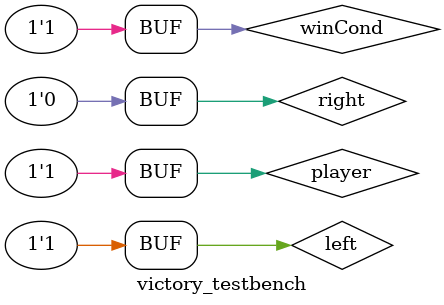
<source format=sv>
/*
 	Seungjae Moon
	bmoon9
	05/20/19
	EE271
	Lab 5
	This program returns the winner,
		- Player 1 (0): if the right button is pressed when the rightmost light is ON.
		- Player 2 (1): wins if the left button is pressed when the leftmost light is ON.
*/

// Returns the winner based on what is happening to the user inputs, 
// leftmost and rightmost lights, and the reset.
module victory (left, right, winCond, player, winner);
	input logic left, right, winCond, player;
	output logic winner;
	
	assign winner = (right & ~left & winCond & ~player) | (left & ~right & winCond & player);
endmodule

// Tests if the correct winner or no winner is chosen at the
// given state of user inputs, leftmost and rightmost lights, and reset.
module victory_testbench();
	logic left, right, winCond, player;
	logic winner;
	
	victory dut (left, right, winCond, player, winner);
	
	initial begin
	  	left = 0; right = 0; winCond = 0; player = 0; #10; // no winner
									winCond = 1;				 #10; // stays none
		left = 1;												 #10; 
		left = 0; right = 1; 								 #10; // P1 winner
													 player = 1; #10; // no winner
					 right = 0; winCond = 0; 			 	 #10; // stays none									  
		left = 1;							  					 #10; // 
									winCond = 1;				 #10; // P2 winner
	end
endmodule
</source>
